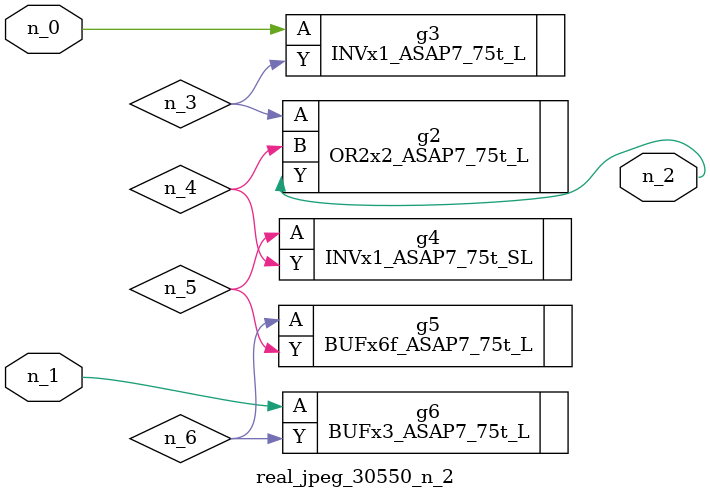
<source format=v>
module real_jpeg_30550_n_2 (n_1, n_0, n_2);

input n_1;
input n_0;

output n_2;

wire n_5;
wire n_4;
wire n_6;
wire n_3;

INVx1_ASAP7_75t_L g3 ( 
.A(n_0),
.Y(n_3)
);

BUFx3_ASAP7_75t_L g6 ( 
.A(n_1),
.Y(n_6)
);

OR2x2_ASAP7_75t_L g2 ( 
.A(n_3),
.B(n_4),
.Y(n_2)
);

INVx1_ASAP7_75t_SL g4 ( 
.A(n_5),
.Y(n_4)
);

BUFx6f_ASAP7_75t_L g5 ( 
.A(n_6),
.Y(n_5)
);


endmodule
</source>
